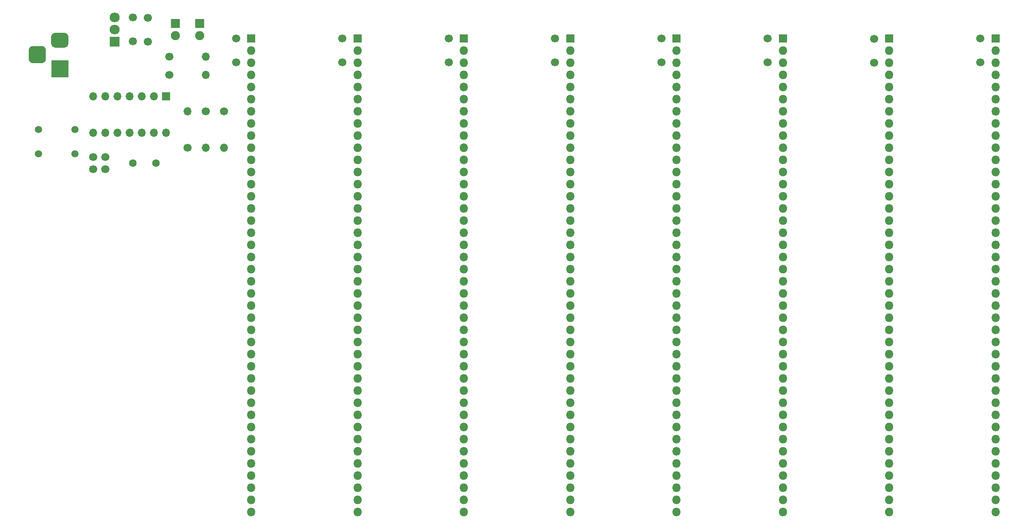
<source format=gbr>
%TF.GenerationSoftware,KiCad,Pcbnew,5.1.6-c6e7f7d~87~ubuntu18.04.1*%
%TF.CreationDate,2020-07-13T16:32:38+01:00*%
%TF.ProjectId,MainBoard_Rev1,4d61696e-426f-4617-9264-5f526576312e,rev?*%
%TF.SameCoordinates,Original*%
%TF.FileFunction,Soldermask,Bot*%
%TF.FilePolarity,Negative*%
%FSLAX46Y46*%
G04 Gerber Fmt 4.6, Leading zero omitted, Abs format (unit mm)*
G04 Created by KiCad (PCBNEW 5.1.6-c6e7f7d~87~ubuntu18.04.1) date 2020-07-13 16:32:38*
%MOMM*%
%LPD*%
G01*
G04 APERTURE LIST*
%ADD10C,1.700000*%
%ADD11C,1.600000*%
%ADD12O,1.700000X1.700000*%
%ADD13O,2.100000X2.005000*%
%ADD14R,2.100000X2.005000*%
%ADD15R,1.700000X1.700000*%
%ADD16C,1.497000*%
%ADD17O,1.800000X1.800000*%
%ADD18R,1.800000X1.800000*%
%ADD19R,3.600000X3.600000*%
%ADD20C,1.900000*%
%ADD21R,1.900000X1.900000*%
G04 APERTURE END LIST*
D10*
%TO.C,C12*%
X230505000Y-57070000D03*
X230505000Y-52070000D03*
%TD*%
%TO.C,C11*%
X208280000Y-57110000D03*
X208280000Y-52110000D03*
%TD*%
%TO.C,C10*%
X186055000Y-57070000D03*
X186055000Y-52070000D03*
%TD*%
%TO.C,C9*%
X163830000Y-57070000D03*
X163830000Y-52070000D03*
%TD*%
%TO.C,C8*%
X141605000Y-57070000D03*
X141605000Y-52070000D03*
%TD*%
%TO.C,C7*%
X119380000Y-57070000D03*
X119380000Y-52070000D03*
%TD*%
%TO.C,C6*%
X97155000Y-57070000D03*
X97155000Y-52070000D03*
%TD*%
%TO.C,C5*%
X74930000Y-57070000D03*
X74930000Y-52070000D03*
%TD*%
%TO.C,C2*%
X53340000Y-52625000D03*
X53340000Y-47625000D03*
%TD*%
%TO.C,C1*%
X56515000Y-47705000D03*
X56515000Y-52705000D03*
%TD*%
D11*
%TO.C,Y1*%
X58220000Y-78105000D03*
X53340000Y-78105000D03*
%TD*%
D12*
%TO.C,R5*%
X68580000Y-59690000D03*
D10*
X60960000Y-59690000D03*
%TD*%
D12*
%TO.C,R4*%
X68580000Y-55880000D03*
D10*
X60960000Y-55880000D03*
%TD*%
D12*
%TO.C,R3*%
X72390000Y-74930000D03*
D10*
X72390000Y-67310000D03*
%TD*%
D12*
%TO.C,R2*%
X64770000Y-67310000D03*
D10*
X64770000Y-74930000D03*
%TD*%
D12*
%TO.C,R1*%
X68580000Y-74930000D03*
D10*
X68580000Y-67310000D03*
%TD*%
D13*
%TO.C,U2*%
X49530000Y-47625000D03*
X49530000Y-50165000D03*
D14*
X49530000Y-52705000D03*
%TD*%
D12*
%TO.C,U1*%
X60325000Y-71755000D03*
X45085000Y-64135000D03*
X57785000Y-71755000D03*
X47625000Y-64135000D03*
X55245000Y-71755000D03*
X50165000Y-64135000D03*
X52705000Y-71755000D03*
X52705000Y-64135000D03*
X50165000Y-71755000D03*
X55245000Y-64135000D03*
X47625000Y-71755000D03*
X57785000Y-64135000D03*
X45085000Y-71755000D03*
D15*
X60325000Y-64135000D03*
%TD*%
D16*
%TO.C,SW1*%
X33655000Y-76200000D03*
X33655000Y-71120000D03*
X41275000Y-76200000D03*
X41275000Y-71120000D03*
%TD*%
D17*
%TO.C,J9*%
X233680000Y-151130000D03*
X233680000Y-148590000D03*
X233680000Y-146050000D03*
X233680000Y-143510000D03*
X233680000Y-140970000D03*
X233680000Y-138430000D03*
X233680000Y-135890000D03*
X233680000Y-133350000D03*
X233680000Y-130810000D03*
X233680000Y-128270000D03*
X233680000Y-125730000D03*
X233680000Y-123190000D03*
X233680000Y-120650000D03*
X233680000Y-118110000D03*
X233680000Y-115570000D03*
X233680000Y-113030000D03*
X233680000Y-110490000D03*
X233680000Y-107950000D03*
X233680000Y-105410000D03*
X233680000Y-102870000D03*
X233680000Y-100330000D03*
X233680000Y-97790000D03*
X233680000Y-95250000D03*
X233680000Y-92710000D03*
X233680000Y-90170000D03*
X233680000Y-87630000D03*
X233680000Y-85090000D03*
X233680000Y-82550000D03*
X233680000Y-80010000D03*
X233680000Y-77470000D03*
X233680000Y-74930000D03*
X233680000Y-72390000D03*
X233680000Y-69850000D03*
X233680000Y-67310000D03*
X233680000Y-64770000D03*
X233680000Y-62230000D03*
X233680000Y-59690000D03*
X233680000Y-57150000D03*
X233680000Y-54610000D03*
D18*
X233680000Y-52070000D03*
%TD*%
D17*
%TO.C,J8*%
X211455000Y-151130000D03*
X211455000Y-148590000D03*
X211455000Y-146050000D03*
X211455000Y-143510000D03*
X211455000Y-140970000D03*
X211455000Y-138430000D03*
X211455000Y-135890000D03*
X211455000Y-133350000D03*
X211455000Y-130810000D03*
X211455000Y-128270000D03*
X211455000Y-125730000D03*
X211455000Y-123190000D03*
X211455000Y-120650000D03*
X211455000Y-118110000D03*
X211455000Y-115570000D03*
X211455000Y-113030000D03*
X211455000Y-110490000D03*
X211455000Y-107950000D03*
X211455000Y-105410000D03*
X211455000Y-102870000D03*
X211455000Y-100330000D03*
X211455000Y-97790000D03*
X211455000Y-95250000D03*
X211455000Y-92710000D03*
X211455000Y-90170000D03*
X211455000Y-87630000D03*
X211455000Y-85090000D03*
X211455000Y-82550000D03*
X211455000Y-80010000D03*
X211455000Y-77470000D03*
X211455000Y-74930000D03*
X211455000Y-72390000D03*
X211455000Y-69850000D03*
X211455000Y-67310000D03*
X211455000Y-64770000D03*
X211455000Y-62230000D03*
X211455000Y-59690000D03*
X211455000Y-57150000D03*
X211455000Y-54610000D03*
D18*
X211455000Y-52070000D03*
%TD*%
D17*
%TO.C,J7*%
X189230000Y-151130000D03*
X189230000Y-148590000D03*
X189230000Y-146050000D03*
X189230000Y-143510000D03*
X189230000Y-140970000D03*
X189230000Y-138430000D03*
X189230000Y-135890000D03*
X189230000Y-133350000D03*
X189230000Y-130810000D03*
X189230000Y-128270000D03*
X189230000Y-125730000D03*
X189230000Y-123190000D03*
X189230000Y-120650000D03*
X189230000Y-118110000D03*
X189230000Y-115570000D03*
X189230000Y-113030000D03*
X189230000Y-110490000D03*
X189230000Y-107950000D03*
X189230000Y-105410000D03*
X189230000Y-102870000D03*
X189230000Y-100330000D03*
X189230000Y-97790000D03*
X189230000Y-95250000D03*
X189230000Y-92710000D03*
X189230000Y-90170000D03*
X189230000Y-87630000D03*
X189230000Y-85090000D03*
X189230000Y-82550000D03*
X189230000Y-80010000D03*
X189230000Y-77470000D03*
X189230000Y-74930000D03*
X189230000Y-72390000D03*
X189230000Y-69850000D03*
X189230000Y-67310000D03*
X189230000Y-64770000D03*
X189230000Y-62230000D03*
X189230000Y-59690000D03*
X189230000Y-57150000D03*
X189230000Y-54610000D03*
D18*
X189230000Y-52070000D03*
%TD*%
D17*
%TO.C,J6*%
X167005000Y-151130000D03*
X167005000Y-148590000D03*
X167005000Y-146050000D03*
X167005000Y-143510000D03*
X167005000Y-140970000D03*
X167005000Y-138430000D03*
X167005000Y-135890000D03*
X167005000Y-133350000D03*
X167005000Y-130810000D03*
X167005000Y-128270000D03*
X167005000Y-125730000D03*
X167005000Y-123190000D03*
X167005000Y-120650000D03*
X167005000Y-118110000D03*
X167005000Y-115570000D03*
X167005000Y-113030000D03*
X167005000Y-110490000D03*
X167005000Y-107950000D03*
X167005000Y-105410000D03*
X167005000Y-102870000D03*
X167005000Y-100330000D03*
X167005000Y-97790000D03*
X167005000Y-95250000D03*
X167005000Y-92710000D03*
X167005000Y-90170000D03*
X167005000Y-87630000D03*
X167005000Y-85090000D03*
X167005000Y-82550000D03*
X167005000Y-80010000D03*
X167005000Y-77470000D03*
X167005000Y-74930000D03*
X167005000Y-72390000D03*
X167005000Y-69850000D03*
X167005000Y-67310000D03*
X167005000Y-64770000D03*
X167005000Y-62230000D03*
X167005000Y-59690000D03*
X167005000Y-57150000D03*
X167005000Y-54610000D03*
D18*
X167005000Y-52070000D03*
%TD*%
D17*
%TO.C,J5*%
X144780000Y-151130000D03*
X144780000Y-148590000D03*
X144780000Y-146050000D03*
X144780000Y-143510000D03*
X144780000Y-140970000D03*
X144780000Y-138430000D03*
X144780000Y-135890000D03*
X144780000Y-133350000D03*
X144780000Y-130810000D03*
X144780000Y-128270000D03*
X144780000Y-125730000D03*
X144780000Y-123190000D03*
X144780000Y-120650000D03*
X144780000Y-118110000D03*
X144780000Y-115570000D03*
X144780000Y-113030000D03*
X144780000Y-110490000D03*
X144780000Y-107950000D03*
X144780000Y-105410000D03*
X144780000Y-102870000D03*
X144780000Y-100330000D03*
X144780000Y-97790000D03*
X144780000Y-95250000D03*
X144780000Y-92710000D03*
X144780000Y-90170000D03*
X144780000Y-87630000D03*
X144780000Y-85090000D03*
X144780000Y-82550000D03*
X144780000Y-80010000D03*
X144780000Y-77470000D03*
X144780000Y-74930000D03*
X144780000Y-72390000D03*
X144780000Y-69850000D03*
X144780000Y-67310000D03*
X144780000Y-64770000D03*
X144780000Y-62230000D03*
X144780000Y-59690000D03*
X144780000Y-57150000D03*
X144780000Y-54610000D03*
D18*
X144780000Y-52070000D03*
%TD*%
D17*
%TO.C,J4*%
X122555000Y-151130000D03*
X122555000Y-148590000D03*
X122555000Y-146050000D03*
X122555000Y-143510000D03*
X122555000Y-140970000D03*
X122555000Y-138430000D03*
X122555000Y-135890000D03*
X122555000Y-133350000D03*
X122555000Y-130810000D03*
X122555000Y-128270000D03*
X122555000Y-125730000D03*
X122555000Y-123190000D03*
X122555000Y-120650000D03*
X122555000Y-118110000D03*
X122555000Y-115570000D03*
X122555000Y-113030000D03*
X122555000Y-110490000D03*
X122555000Y-107950000D03*
X122555000Y-105410000D03*
X122555000Y-102870000D03*
X122555000Y-100330000D03*
X122555000Y-97790000D03*
X122555000Y-95250000D03*
X122555000Y-92710000D03*
X122555000Y-90170000D03*
X122555000Y-87630000D03*
X122555000Y-85090000D03*
X122555000Y-82550000D03*
X122555000Y-80010000D03*
X122555000Y-77470000D03*
X122555000Y-74930000D03*
X122555000Y-72390000D03*
X122555000Y-69850000D03*
X122555000Y-67310000D03*
X122555000Y-64770000D03*
X122555000Y-62230000D03*
X122555000Y-59690000D03*
X122555000Y-57150000D03*
X122555000Y-54610000D03*
D18*
X122555000Y-52070000D03*
%TD*%
D17*
%TO.C,J3*%
X100330000Y-151130000D03*
X100330000Y-148590000D03*
X100330000Y-146050000D03*
X100330000Y-143510000D03*
X100330000Y-140970000D03*
X100330000Y-138430000D03*
X100330000Y-135890000D03*
X100330000Y-133350000D03*
X100330000Y-130810000D03*
X100330000Y-128270000D03*
X100330000Y-125730000D03*
X100330000Y-123190000D03*
X100330000Y-120650000D03*
X100330000Y-118110000D03*
X100330000Y-115570000D03*
X100330000Y-113030000D03*
X100330000Y-110490000D03*
X100330000Y-107950000D03*
X100330000Y-105410000D03*
X100330000Y-102870000D03*
X100330000Y-100330000D03*
X100330000Y-97790000D03*
X100330000Y-95250000D03*
X100330000Y-92710000D03*
X100330000Y-90170000D03*
X100330000Y-87630000D03*
X100330000Y-85090000D03*
X100330000Y-82550000D03*
X100330000Y-80010000D03*
X100330000Y-77470000D03*
X100330000Y-74930000D03*
X100330000Y-72390000D03*
X100330000Y-69850000D03*
X100330000Y-67310000D03*
X100330000Y-64770000D03*
X100330000Y-62230000D03*
X100330000Y-59690000D03*
X100330000Y-57150000D03*
X100330000Y-54610000D03*
D18*
X100330000Y-52070000D03*
%TD*%
%TO.C,J2*%
G36*
G01*
X32500000Y-53620000D02*
X34300000Y-53620000D01*
G75*
G02*
X35200000Y-54520000I0J-900000D01*
G01*
X35200000Y-56320000D01*
G75*
G02*
X34300000Y-57220000I-900000J0D01*
G01*
X32500000Y-57220000D01*
G75*
G02*
X31600000Y-56320000I0J900000D01*
G01*
X31600000Y-54520000D01*
G75*
G02*
X32500000Y-53620000I900000J0D01*
G01*
G37*
G36*
G01*
X37075000Y-50870000D02*
X39125000Y-50870000D01*
G75*
G02*
X39900000Y-51645000I0J-775000D01*
G01*
X39900000Y-53195000D01*
G75*
G02*
X39125000Y-53970000I-775000J0D01*
G01*
X37075000Y-53970000D01*
G75*
G02*
X36300000Y-53195000I0J775000D01*
G01*
X36300000Y-51645000D01*
G75*
G02*
X37075000Y-50870000I775000J0D01*
G01*
G37*
D19*
X38100000Y-58420000D03*
%TD*%
D17*
%TO.C,J1*%
X78105000Y-151130000D03*
X78105000Y-148590000D03*
X78105000Y-146050000D03*
X78105000Y-143510000D03*
X78105000Y-140970000D03*
X78105000Y-138430000D03*
X78105000Y-135890000D03*
X78105000Y-133350000D03*
X78105000Y-130810000D03*
X78105000Y-128270000D03*
X78105000Y-125730000D03*
X78105000Y-123190000D03*
X78105000Y-120650000D03*
X78105000Y-118110000D03*
X78105000Y-115570000D03*
X78105000Y-113030000D03*
X78105000Y-110490000D03*
X78105000Y-107950000D03*
X78105000Y-105410000D03*
X78105000Y-102870000D03*
X78105000Y-100330000D03*
X78105000Y-97790000D03*
X78105000Y-95250000D03*
X78105000Y-92710000D03*
X78105000Y-90170000D03*
X78105000Y-87630000D03*
X78105000Y-85090000D03*
X78105000Y-82550000D03*
X78105000Y-80010000D03*
X78105000Y-77470000D03*
X78105000Y-74930000D03*
X78105000Y-72390000D03*
X78105000Y-69850000D03*
X78105000Y-67310000D03*
X78105000Y-64770000D03*
X78105000Y-62230000D03*
X78105000Y-59690000D03*
X78105000Y-57150000D03*
X78105000Y-54610000D03*
D18*
X78105000Y-52070000D03*
%TD*%
D20*
%TO.C,D2*%
X62230000Y-51435000D03*
D21*
X62230000Y-48895000D03*
%TD*%
D20*
%TO.C,D1*%
X67310000Y-51435000D03*
D21*
X67310000Y-48895000D03*
%TD*%
D10*
%TO.C,C4*%
X47585000Y-79375000D03*
X45085000Y-79375000D03*
%TD*%
%TO.C,C3*%
X47585000Y-76835000D03*
X45085000Y-76835000D03*
%TD*%
M02*

</source>
